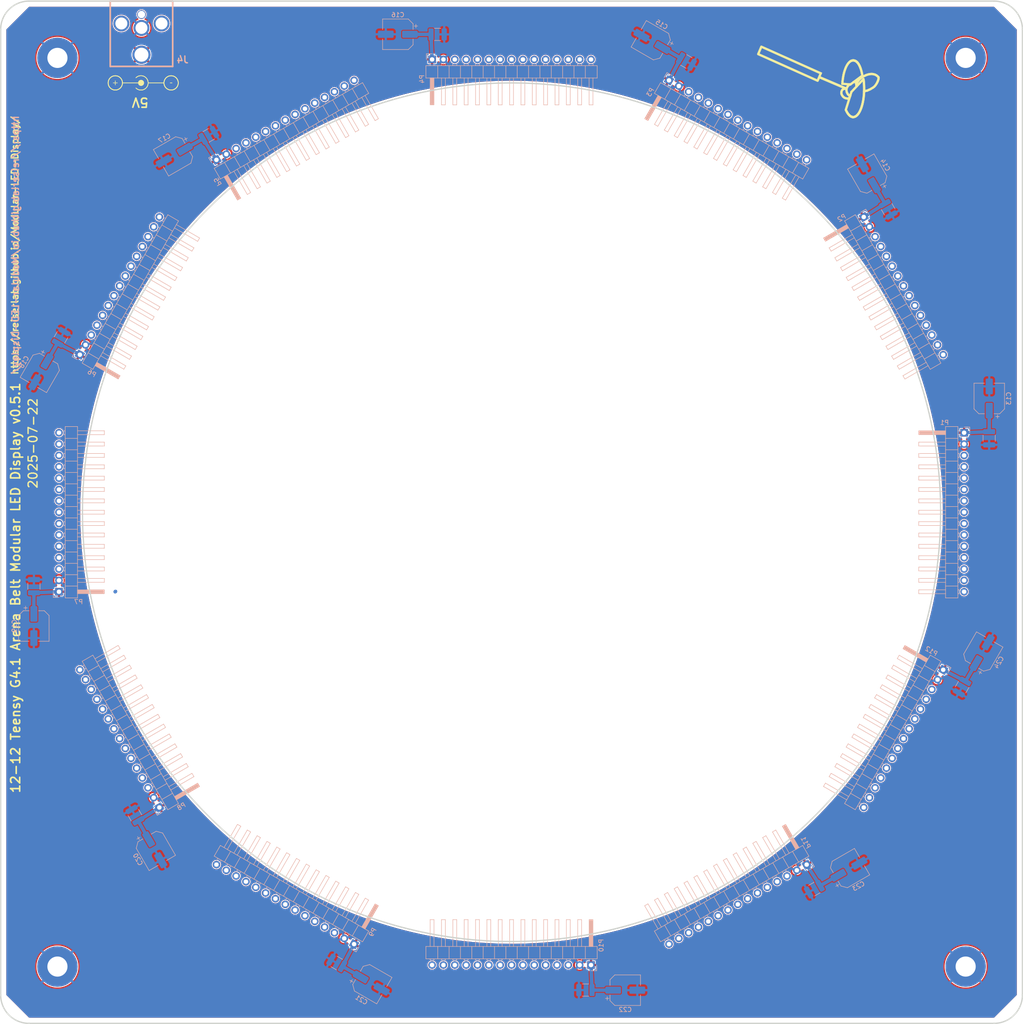
<source format=kicad_pcb>
(kicad_pcb (version 20241229) (generator "pcbnew") (generator_version "9.0")
  (title_block (title "12-12 Teensy G4.1 Arena Belt Modular LED Display") (date "2025-07-22") (rev "v0.5.1") (company "MCN-NET @ Janelia"))
  (layers (0 "F.Cu" signal) (2 "B.Cu" signal) (13 "F.Paste" user) (15 "B.Paste" user) (5 "F.SilkS" user "F.Silkscreen") (7 "B.SilkS" user "B.Silkscreen") (1 "F.Mask" user) (3 "B.Mask" user) (25 "Edge.Cuts" user))
  (property "URL" "")
  (net 0 "")
  (net 1 "+5V")
  (net 13 "GND")
  (footprint "MountingHole:MountingHole_4.5mm_Pad" (layer "F.Cu") (at 76.2 76.2)
    (property "Reference" "H1" (hide yes))
    (property "Value" "MountingHole_Pad" (hide yes))
  )
  (footprint "MountingHole:MountingHole_4.5mm_Pad" (layer "F.Cu") (at 279.4 279.4)
    (property "Reference" "H3" (hide yes))
    (property "Value" "MountingHole_Pad" (hide yes))
  )
  (footprint "MountingHole:MountingHole_4.5mm_Pad" (layer "F.Cu") (at 76.2 279.4)
    (property "Reference" "H4" (hide yes))
    (property "Value" "MountingHole_Pad" (hide yes))
  )
  (footprint "MountingHole:MountingHole_4.5mm_Pad" (layer "F.Cu") (at 279.4 76.2)
    (property "Reference" "H2" (hide yes))
    (property "Value" "MountingHole_Pad" (hide yes))
  )
  (footprint "Capacitor_SMD:CP_Elec_6.3x7.7" (layer "B.Cu") (at 152.359556 70.918075 180)
    (property "Reference" "C16")
    (property "Value" "C_Polarized")
  )
  (footprint "Capacitor_SMD:C_1210_3225Metric" (layer "B.Cu") (at 216.907465 76.989482 -30)
    (property "Reference" "C3" (hide yes))
    (property "Value" "100uF" (hide yes))
  )
  (footprint "arena_custom:DCJACK_2PIN_HIGHCURRENT" (layer "B.Cu") (at 95 63.5028 180)
    (property "Reference" "J4")
    (property "Value" "Barrel_Jack" (hide yes))
  )
  (footprint "Connector_PinHeader_2.54mm:PinHeader_1x15_P2.54mm_Horizontal" (layer "B.Cu") (at 195.579999 279.054028 90)
    (property "Reference" "P10")
    (property "Value" "CONN15")
  )
  (footprint "Connector_PinHeader_2.54mm:PinHeader_1x15_P2.54mm_Horizontal" (layer "B.Cu") (at 274.378561 213.029082 150)
    (property "Reference" "P12")
    (property "Value" "CONN15")
  )
  (footprint "Connector_PinHeader_2.54mm:PinHeader_1x15_P2.54mm_Horizontal" (layer "B.Cu") (at 76.545971 195.58)
    (property "Reference" "P7")
    (property "Value" "CONN15")
  )
  (footprint "Capacitor_SMD:CP_Elec_6.3x7.7" (layer "B.Cu") (at 283.082684 209.20889 60)
    (property "Reference" "C24")
    (property "Value" "C_Polarized")
  )
  (footprint "Capacitor_SMD:C_1210_3225Metric" (layer "B.Cu") (at 161.2628 70.941799)
    (property "Reference" "C4" (hide yes))
    (property "Value" "100uF" (hide yes))
  )
  (footprint "Capacitor_SMD:C_1210_3225Metric" (layer "B.Cu") (at 278.610517 216.907465 -120)
    (property "Reference" "C12" (hide yes))
    (property "Value" "100uF" (hide yes))
  )
  (footprint "Capacitor_SMD:CP_Elec_6.3x7.7" (layer "B.Cu") (at 253.273033 257.64224 30)
    (property "Reference" "C23")
    (property "Value" "C_Polarized")
  )
  (footprint "Capacitor_SMD:C_1210_3225Metric" (layer "B.Cu") (at 93.526682 245.550735 120)
    (property "Reference" "C8" (hide yes))
    (property "Value" "100uF" (hide yes))
  )
  (footprint "Connector_PinHeader_2.54mm:PinHeader_1x15_P2.54mm_Horizontal" (layer "B.Cu") (at 142.570917 274.378561 60)
    (property "Reference" "P9")
    (property "Value" "CONN15")
  )
  (footprint "Connector_PinHeader_2.54mm:PinHeader_1x15_P2.54mm_Horizontal" (layer "B.Cu") (at 243.824946 256.598561 120)
    (property "Reference" "P11")
    (property "Value" "CONN15")
  )
  (footprint "Capacitor_SMD:CP_Elec_6.3x7.7" (layer "B.Cu") (at 70.918075 203.240444 -90)
    (property "Reference" "C19")
    (property "Value" "C_Polarized")
  )
  (footprint "Capacitor_SMD:CP_Elec_6.3x7.7" (layer "B.Cu") (at 146.391109 283.082684 -30)
    (property "Reference" "C21")
    (property "Value" "C_Polarized")
  )
  (footprint "Capacitor_SMD:CP_Elec_6.3x7.7" (layer "B.Cu") (at 203.240443 284.681924)
    (property "Reference" "C22")
    (property "Value" "C_Polarized")
  )
  (footprint "Capacitor_SMD:C_1210_3225Metric" (layer "B.Cu") (at 110.049264 93.526682 30)
    (property "Reference" "C5" (hide yes))
    (property "Value" "100uF" (hide yes))
  )
  (footprint "Connector_PinHeader_2.54mm:PinHeader_1x15_P2.54mm_Horizontal" (layer "B.Cu") (at 111.775053 99.001438 -60)
    (property "Reference" "P5")
    (property "Value" "CONN15")
  )
  (footprint "Capacitor_SMD:C_1210_3225Metric" (layer "B.Cu") (at 245.550735 262.073317 -150)
    (property "Reference" "C11" (hide yes))
    (property "Value" "100uF" (hide yes))
  )
  (footprint "Connector_PinHeader_2.54mm:PinHeader_1x15_P2.54mm_Horizontal" (layer "B.Cu") (at 160.02 76.545971 -90)
    (property "Reference" "P4")
    (property "Value" "CONN15")
  )
  (footprint "Capacitor_SMD:C_1210_3225Metric" (layer "B.Cu") (at 284.6582 161.2628 -90)
    (property "Reference" "C1" (hide yes))
    (property "Value" "100uF" (hide yes))
  )
  (footprint "Capacitor_SMD:C_1210_3225Metric" (layer "B.Cu") (at 262.073317 110.049264 -60)
    (property "Reference" "C2" (hide yes))
    (property "Value" "100uF" (hide yes))
  )
  (footprint "Connector_PinHeader_2.54mm:PinHeader_1x15_P2.54mm_Horizontal" (layer "B.Cu") (at 279.054028 160.02 180)
    (property "Reference" "P1")
    (property "Value" "CONN15")
  )
  (footprint "Connector_PinHeader_2.54mm:PinHeader_1x15_P2.54mm_Horizontal" (layer "B.Cu") (at 81.221438 142.570917 -30)
    (property "Reference" "P6")
    (property "Value" "CONN15")
  )
  (footprint "Capacitor_SMD:CP_Elec_6.3x7.7" (layer "B.Cu") (at 257.64224 102.326966 120)
    (property "Reference" "C14")
    (property "Value" "C_Polarized")
  )
  (footprint "Connector_PinHeader_2.54mm:PinHeader_1x15_P2.54mm_Horizontal" (layer "B.Cu") (at 99.001438 243.824946 30)
    (property "Reference" "P8")
    (property "Value" "CONN15")
  )
  (footprint "Capacitor_SMD:CP_Elec_6.3x7.7" (layer "B.Cu") (at 72.517315 146.391109 -120)
    (property "Reference" "C18")
    (property "Value" "C_Polarized")
  )
  (footprint "Capacitor_SMD:CP_Elec_6.3x7.7" (layer "B.Cu") (at 102.326966 97.957759 -150)
    (property "Reference" "C17")
    (property "Value" "C_Polarized")
  )
  (footprint "Capacitor_SMD:CP_Elec_6.3x7.7" (layer "B.Cu") (at 97.957759 253.273033 -60)
    (property "Reference" "C20")
    (property "Value" "C_Polarized")
  )
  (footprint "Capacitor_SMD:C_1210_3225Metric" (layer "B.Cu") (at 76.989482 138.692534 60)
    (property "Reference" "C6" (hide yes))
    (property "Value" "100uF" (hide yes))
  )
  (footprint "Connector_PinHeader_2.54mm:PinHeader_1x15_P2.54mm_Horizontal" (layer "B.Cu") (at 256.598561 111.775053 -150)
    (property "Reference" "P2")
    (property "Value" "CONN15")
  )
  (footprint "Capacitor_SMD:C_1210_3225Metric" (layer "B.Cu") (at 194.3372 284.6582 180)
    (property "Reference" "C10" (hide yes))
    (property "Value" "100uF" (hide yes))
  )
  (footprint "Capacitor_SMD:C_1210_3225Metric" (layer "B.Cu") (at 138.692534 278.610517 150)
    (property "Reference" "C9" (hide yes))
    (property "Value" "100uF" (hide yes))
  )
  (footprint "Capacitor_SMD:C_1210_3225Metric" (layer "B.Cu") (at 70.941799 194.3372 90)
    (property "Reference" "C7" (hide yes))
    (property "Value" "100uF" (hide yes))
  )
  (footprint "Connector_PinHeader_2.54mm:PinHeader_1x15_P2.54mm_Horizontal" (layer "B.Cu") (at 213.029082 81.221438 -120)
    (property "Reference" "P3")
    (property "Value" "CONN15")
  )
  (footprint "Capacitor_SMD:CP_Elec_6.3x7.7" (layer "B.Cu") (at 209.20889 72.517315 150)
    (property "Reference" "C15")
    (property "Value" "C_Polarized")
  )
  (footprint "Capacitor_SMD:CP_Elec_6.3x7.7" (layer "B.Cu") (at 284.681924 152.359556 90)
    (property "Reference" "C13")
    (property "Value" "C_Polarized")
  )
  (gr_line (start 95.842562 83.086632) (end 95.776476 83.132692) (stroke (width 0.15487)) (layer "F.SilkS"))
  (gr_line (start 87.581538 81.465651) (end 87.599381 81.388344) (stroke (width 0.179621)) (layer "F.SilkS"))
  (gr_line (start 87.866524 82.743765) (end 87.821974 82.681116) (stroke (width 0.179621)) (layer "F.SilkS"))
  (gr_line (start 252.745149 83.158866) (end 252.846682 82.811084) (stroke (width 0.514144)) (layer "F.SilkS"))
  (gr_line (start 103.135742 81.238271) (end 103.160864 81.312517) (stroke (width 0.179621)) (layer "F.SilkS"))
  (gr_line (start 100.806211 80.421118) (end 100.873127 80.382643) (stroke (width 0.179621)) (layer "F.SilkS"))
  (gr_line (start 254.751959 76.886737) (end 254.832186 76.932059) (stroke (width 0.514144)) (layer "F.SilkS"))
  (gr_line (start 90.726494 82.031034) (end 90.712442 82.109723) (stroke (width 0.179621)) (layer "F.SilkS"))
  (gr_line (start 253.201058 84.487587) (end 253.055121 84.332802) (stroke (width 0.514144)) (layer "F.SilkS"))
  (gr_line (start 95.708673 80.400338) (end 95.776476 80.442713) (stroke (width 0.15487)) (layer "F.SilkS"))
  (gr_line (start 102.817594 82.862096) (end 102.764685 82.917592) (stroke (width 0.179621)) (layer "F.SilkS"))
  (gr_line (start 103.001368 82.616268) (end 102.959805 82.681101) (stroke (width 0.179621)) (layer "F.SilkS"))
  (gr_line (start 95.121607 80.19399) (end 95.197995 80.206887) (stroke (width 0.15487)) (layer "F.SilkS"))
  (gr_line (start 252.707264 88.059074) (end 252.792607 88.226355) (stroke (width 0.514144)) (layer "F.SilkS"))
  (gr_line (start 100.401759 82.804129) (end 100.354322 82.743765) (stroke (width 0.179621)) (layer "F.SilkS"))
  (gr_line (start 255.278026 77.343544) (end 255.346418 77.434821) (stroke (width 0.514144)) (layer "F.SilkS"))
  (gr_line (start 254.88994 81.956723) (end 255.36423 81.335224) (stroke (width 0.514144)) (layer "F.SilkS"))
  (gr_line (start 254.006568 89.40495) (end 254.063107 89.416693) (stroke (width 0.514144)) (layer "F.SilkS"))
  (gr_line (start 253.168768 77.367627) (end 253.366821 77.154429) (stroke (width 0.514144)) (layer "F.SilkS"))
  (gr_line (start 256.126945 79.349167) (end 256.211541 79.714153) (stroke (width 0.514144)) (layer "F.SilkS"))
  (gr_line (start 256.610532 81.473064) (end 256.581974 81.216356) (stroke (width 0.514144)) (layer "F.SilkS"))
  (gr_line (start 90.742826 81.869915) (end 90.736656 81.951064) (stroke (width 0.179621)) (layer "F.SilkS"))
  (gr_line (start 102.528198 83.112714) (end 102.463365 83.154278) (stroke (width 0.179621)) (layer "F.SilkS"))
  (gr_line (start 88.903643 83.367207) (end 88.824955 83.353155) (stroke (width 0.179621)) (layer "F.SilkS"))
  (gr_line (start 255.478139 77.636285) (end 255.541468 77.746351) (stroke (width 0.514144)) (layer "F.SilkS"))
  (gr_line (start 254.121027 76.766337) (end 254.235015 76.759866) (stroke (width 0.514144)) (layer "F.SilkS"))
  (gr_line (start 253.568776 84.683342) (end 253.389552 84.621868) (stroke (width 0.514144)) (layer "F.SilkS"))
  (gr_line (start 90.329796 80.713291) (end 90.380019 80.77127) (stroke (width 0.179621)) (layer "F.SilkS"))
  (gr_line (start 88.385329 80.382643) (end 88.454228 80.347355) (stroke (width 0.179621)) (layer "F.SilkS"))
  (gr_line (start 90.744906 81.787686) (end 90.742826 81.869915) (stroke (width 0.179621)) (layer "F.SilkS"))
  (gr_line (start 252.619628 85.238463) (end 252.334113 85.137051) (stroke (width 0.514144)) (layer "F.SilkS"))
  (gr_line (start 87.567486 81.54434) (end 87.581538 81.465651) (stroke (width 0.179621)) (layer "F.SilkS"))
  (gr_line (start 88.318413 83.154286) (end 88.253581 83.112723) (stroke (width 0.179621)) (layer "F.SilkS"))
  (gr_line (start 101.471411 80.198036) (end 101.55256 80.191866) (stroke (width 0.179621)) (layer "F.SilkS"))
  (gr_line (start 100.194444 81.094927) (end 100.229732 81.026029) (stroke (width 0.179621)) (layer "F.SilkS"))
  (gr_line (start 96.086199 82.86627) (end 96.029086 82.926344) (stroke (width 0.15487)) (layer "F.SilkS"))
  (gr_line (start 256.498768 85.562187) (end 256.542752 85.274453) (stroke (width 0.514144)) (layer "F.SilkS"))
  (gr_line (start 89.839752 80.347355) (end 89.908651 80.382643) (stroke (width 0.179621)) (layer "F.SilkS"))
  (gr_line (start 252.096227 79.908031) (end 252.209505 79.447517) (stroke (width 0.514144)) (layer "F.SilkS"))
  (gr_line (start 88.824955 80.22225) (end 88.903643 80.208198) (stroke (width 0.179621)) (layer "F.SilkS"))
  (gr_line (start 254.936303 81.581314) (end 255.149848 81.616142) (stroke (width 0.514144)) (layer "F.SilkS"))
  (gr_line (start 100.560386 80.604889) (end 100.618366 80.554666) (stroke (width 0.179621)) (layer "F.SilkS"))
  (gr_line (start 87.674647 82.409683) (end 87.646036 82.337118) (stroke (width 0.179621)) (layer "F.SilkS"))
  (gr_line (start 255.004947 82.561612) (end 254.88994 81.956723) (stroke (width 0.514144)) (layer "F.SilkS"))
  (gr_line (start 95.423153 83.30772) (end 95.348911 83.331671) (stroke (width 0.15487)) (layer "F.SilkS"))
  (gr_line (start 255.063197 81.879162) (end 255.097867 81.791672) (stroke (width 0.514144)) (layer "F.SilkS"))
  (gr_line (start 253.573375 76.984955) (end 253.679557 76.917271) (stroke (width 0.514144)) (layer "F.SilkS"))
  (gr_line (start 255.191303 88.934018) (end 255.300145 88.807136) (stroke (width 0.514144)) (layer "F.SilkS"))
  (gr_line (start 100.055284 82.031041) (end 100.045122 81.95107) (stroke (width 0.179621)) (layer "F.SilkS"))
  (gr_line (start 90.647944 81.238271) (end 90.673066 81.312517) (stroke (width 0.179621)) (layer "F.SilkS"))
  (gr_line (start 101.717017 80.191866) (end 101.798166 80.198036) (stroke (width 0.179621)) (layer "F.SilkS"))
  (gr_line (start 102.915254 82.743751) (end 102.867817 82.804116) (stroke (width 0.179621)) (layer "F.SilkS"))
  (gr_line (start 254.234763 89.43192) (end 254.361233 89.423675) (stroke (width 0.514144)) (layer "F.SilkS"))
  (gr_line (start 254.361233 89.423675) (end 254.486039 89.399209) (stroke (width 0.514144)) (layer "F.SilkS"))
  (gr_line (start 256.053633 87.356131) (end 256.13085 87.126231) (stroke (width 0.514144)) (layer "F.SilkS"))
  (gr_line (start 96.49336 81.633352) (end 96.498887 81.710456) (stroke (width 0.15487)) (layer "F.SilkS"))
  (gr_line (start 90.51357 80.959113) (end 90.552046 81.026029) (stroke (width 0.179621)) (layer "F.SilkS"))
  (gr_line (start 96.498887 81.710456) (end 96.50073 81.787703) (stroke (width 0.15487)) (layer "F.SilkS"))
  (gr_line (start 94.242676 81.787686) (end 90.817917 81.787686) (stroke (width 0.168772)) (layer "F.SilkS"))
  (gr_line (start 102.463365 83.154278) (end 102.396449 83.192755) (stroke (width 0.179621)) (layer "F.SilkS"))
  (gr_line (start 254.586424 76.816575) (end 254.670039 76.848223) (stroke (width 0.514144)) (layer "F.SilkS"))
  (gr_line (start 103.107131 82.40967) (end 103.075132 82.480452) (stroke (width 0.179621)) (layer "F.SilkS"))
  (gr_line (start 255.097867 81.791672) (end 255.149848 81.616142) (stroke (width 0.514144)) (layer "F.SilkS"))
  (gr_line (start 254.832186 76.932059) (end 254.910721 76.984126) (stroke (width 0.514144)) (layer "F.SilkS"))
  (gr_line (start 89.064762 83.383539) (end 88.983613 83.377369) (stroke (width 0.179621)) (layer "F.SilkS"))
  (gr_line (start 90.736656 81.951064) (end 90.726494 82.031034) (stroke (width 0.179621)) (layer "F.SilkS"))
  (gr_line (start 90.587334 81.094927) (end 90.619333 81.165708) (stroke (width 0.179621)) (layer "F.SilkS"))
  (gr_line (start 102.256769 80.315356) (end 102.32755 80.347355) (stroke (width 0.179621)) (layer "F.SilkS"))
  (gr_line (start 255.886058 78.533617) (end 255.937597 78.685409) (stroke (width 0.514144)) (layer "F.SilkS"))
  (gr_line (start 94.736089 83.390627) (end 94.659272 83.381415) (stroke (width 0.15487)) (layer "F.SilkS"))
  (gr_line (start 252.209505 79.447517) (end 252.337602 79.01604) (stroke (width 0.514144)) (layer "F.SilkS"))
  (gr_line (start 95.044789 80.184778) (end 95.121607 80.19399) (stroke (width 0.15487)) (layer "F.SilkS"))
  (gr_line (start 100.133834 82.337118) (end 100.108712 82.262871) (stroke (width 0.179621)) (layer "F.SilkS"))
  (gr_line (start 256.395325 86.116053) (end 256.449574 85.842853) (stroke (width 0.514144)) (layer "F.SilkS"))
  (gr_line (start 96.351499 81.109652) (end 96.382819 81.181747) (stroke (width 0.15487)) (layer "F.SilkS"))
  (gr_line (start 96.498887 81.86495) (end 96.49336 81.942054) (stroke (width 0.15487)) (layer "F.SilkS"))
  (gr_line (start 96.189371 80.835581) (end 96.23543 80.901666) (stroke (width 0.15487)) (layer "F.SilkS"))
  (gr_line (start 254.965543 89.147073) (end 255.079717 89.047463) (stroke (width 0.514144)) (layer "F.SilkS"))
  (gr_line (start 96.484148 82.018871) (end 96.471252 82.09526) (stroke (width 0.15487)) (layer "F.SilkS"))
  (gr_line (start 90.742826 81.705458) (end 90.744906 81.787686) (stroke (width 0.179621)) (layer "F.SilkS"))
  (gr_line (start 254.177219 89.430215) (end 254.234763 89.43192) (stroke (width 0.514144)) (layer "F.SilkS"))
  (gr_line (start 254.235015 76.759866) (end 254.325411 76.763441) (stroke (width 0.514144)) (layer "F.SilkS"))
  (gr_line (start 255.062715 77.108259) (end 255.136175 77.180203) (stroke (width 0.514144)) (layer "F.SilkS"))
  (gr_line (start 96.454671 81.40433) (end 96.471252 81.480146) (stroke (width 0.15487)) (layer "F.SilkS"))
  (gr_line (start 88.017093 80.657797) (end 88.072588 80.604889) (stroke (width 0.179621)) (layer "F.SilkS"))
  (gr_line (start 254.980877 82.202116) (end 254.982787 82.188752) (stroke (width 0.514144)) (layer "F.SilkS"))
  (gr_line (start 252.979735 85.300139) (end 252.619628 85.238463) (stroke (width 0.514144)) (layer "F.SilkS"))
  (gr_line (start 88.597573 83.288659) (end 88.52501 83.260048) (stroke (width 0.179621)) (layer "F.SilkS"))
  (gr_line (start 103.135742 82.337105) (end 103.107131 82.40967) (stroke (width 0.179621)) (layer "F.SilkS"))
  (gr_line (start 253.568776 84.683342) (end 253.330451 85.199455) (stroke (width 0.514144)) (layer "F.SilkS"))
  (gr_line (start 251.706046 84.476022) (end 251.615916 84.247664) (stroke (width 0.514144)) (layer "F.SilkS"))
  (gr_line (start 103.200239 82.109723) (end 103.182397 82.187031) (stroke (width 0.179621)) (layer "F.SilkS"))
  (gr_line (start 89.064762 80.191866) (end 89.14699 80.189787) (stroke (width 0.179621)) (layer "F.SilkS"))
  (gr_line (start 87.706646 81.094927) (end 87.741934 81.026029) (stroke (width 0.179621)) (layer "F.SilkS"))
  (gr_line (start 96.029086 80.649061) (end 96.086199 80.709136) (stroke (width 0.15487)) (layer "F.SilkS"))
  (gr_line (start 94.072206 83.175067) (end 94.004403 83.132692) (stroke (width 0.15487)) (layer "F.SilkS"))
  (gr_line (start 257.776502 79.856604) (end 258.143428 79.801214) (stroke (width 0.514144)) (layer "F.SilkS"))
  (gr_line (start 94.431968 83.331671) (end 94.357726 83.30772) (stroke (width 0.15487)) (layer "F.SilkS"))
  (gr_line (start 102.034132 83.335311) (end 101.956824 83.353154) (stroke (width 0.179621)) (layer "F.SilkS"))
  (gr_line (start 254.008374 76.785575) (end 254.121027 76.766337) (stroke (width 0.514144)) (layer "F.SilkS"))
  (gr_line (start 100.504891 80.657797) (end 100.560386 80.604889) (stroke (width 0.179621)) (layer "F.SilkS"))
  (gr_line (start 258.955367 82.627557) (end 258.65461 82.854604) (stroke (width 0.514144)) (layer "F.SilkS"))
  (gr_line (start 95.776476 80.442713) (end 95.842562 80.488773) (stroke (width 0.15487)) (layer "F.SilkS"))
  (gr_line (start 94.659272 80.19399) (end 94.736089 80.184778) (stroke (width 0.15487)) (layer "F.SilkS"))
  (gr_line (start 101.956824 80.22225) (end 102.034132 80.240092) (stroke (width 0.179621)) (layer "F.SilkS"))
  (gr_line (start 259.925168 80.667401) (end 259.88186 80.992598) (stroke (width 0.514144)) (layer "F.SilkS"))
  (gr_line (start 259.72169 80.336422) (end 259.898368 80.517697) (stroke (width 0.514144)) (layer "F.SilkS"))
  (gr_line (start 88.318413 80.421118) (end 88.385329 80.382643) (stroke (width 0.179621)) (layer "F.SilkS"))
  (gr_line (start 94.659272 83.381415) (end 94.582884 83.368518) (stroke (width 0.15487)) (layer "F.SilkS"))
  (gr_line (start 90.380019 82.804116) (end 90.329796 82.862096) (stroke (width 0.179621)) (layer "F.SilkS"))
  (gr_line (start 101.012807 80.315356) (end 101.085371 80.286746) (stroke (width 0.179621)) (layer "F.SilkS"))
  (gr_line (start 102.817594 80.713291) (end 102.867817 80.77127) (stroke (width 0.179621)) (layer "F.SilkS"))
  (gr_line (start 251.901095 84.782901) (end 251.706046 84.476022) (stroke (width 0.514144)) (layer "F.SilkS"))
  (gr_line (start 103.232703 81.787686) (end 103.230624 81.869915) (stroke (width 0.179621)) (layer "F.SilkS"))
  (gr_line (start 256.449574 85.842853) (end 256.498768 85.562187) (stroke (width 0.514144)) (layer "F.SilkS"))
  (gr_line (start 101.012807 83.260048) (end 100.942026 83.228049) (stroke (width 0.179621)) (layer "F.SilkS"))
  (gr_line (start 255.603112 77.862559) (end 255.66307 77.984848) (stroke (width 0.514144)) (layer "F.SilkS"))
  (gr_line (start 255.833575 80.825176) (end 256.07449 80.614733) (stroke (width 0.514144)) (layer "F.SilkS"))
  (gr_line (start 88.983613 80.198036) (end 89.064762 80.191866) (stroke (width 0.179621)) (layer "F.SilkS"))
  (gr_line (start 87.821974 80.894282) (end 87.866524 80.831634) (stroke (width 0.179621)) (layer "F.SilkS"))
  (gr_line (start 93.811868 80.591947) (end 93.874091 80.538518) (stroke (width 0.15487)) (layer "F.SilkS"))
  (gr_line (start 95.906788 80.538518) (end 95.96901 80.591947) (stroke (width 0.15487)) (layer "F.SilkS"))
  (gr_line (start 95.121607 83.381415) (end 95.04479 83.390627) (stroke (width 0.15487)) (layer "F.SilkS"))
  (gr_line (start 88.597573 80.286746) (end 88.671819 80.261624) (stroke (width 0.179621)) (layer "F.SilkS"))
  (gr_line (start 89.696407 83.288655) (end 89.622161 83.313778) (stroke (width 0.179621)) (layer "F.SilkS"))
  (gr_line (start 94.072205 80.400338) (end 94.141582 80.361648) (stroke (width 0.15487)) (layer "F.SilkS"))
  (gr_poly (pts (xy 233.689051 73.692292) (xy 246.988669 79.646922) (xy 246.280092 81.308769) (xy 232.980474 75.354138)) (stroke (width 0.514144)) (fill no) (layer "F.SilkS"))
  (gr_line (start 96.382819 82.393658) (end 96.351499 82.465754) (stroke (width 0.15487)) (layer "F.SilkS"))
  (gr_line (start 90.427456 80.831634) (end 90.472007 80.894282) (stroke (width 0.179621)) (layer "F.SilkS"))
  (gr_line (start 102.396449 83.192755) (end 102.32755 83.228044) (stroke (width 0.179621)) (layer "F.SilkS"))
  (gr_line (start 87.964184 82.862109) (end 87.913961 82.804129) (stroke (width 0.179621)) (layer "F.SilkS"))
  (gr_line (start 93.811868 82.983458) (end 93.751792 82.926344) (stroke (width 0.15487)) (layer "F.SilkS"))
  (gr_line (start 95.96901 82.983458) (end 95.906788 83.036888) (stroke (width 0.15487)) (layer "F.SilkS"))
  (gr_line (start 256.641902 84.372824) (end 256.663503 84.060799) (stroke (width 0.514144)) (layer "F.SilkS"))
  (gr_line (start 101.312753 83.353155) (end 101.235444 83.335313) (stroke (width 0.179621)) (layer "F.SilkS"))
  (gr_line (start 252.337602 79.01604) (end 252.479614 78.615696) (stroke (width 0.514144)) (layer "F.SilkS"))
  (gr_line (start 90.619333 81.165708) (end 90.647944 81.238271) (stroke (width 0.179621)) (layer "F.SilkS"))
  (gr_line (start 88.130568 83.020736) (end 88.072588 82.970513) (stroke (width 0.179621)) (layer "F.SilkS"))
  (gr_line (start 89.908651 83.192755) (end 89.839752 83.228044) (stroke (width 0.179621)) (layer "F.SilkS"))
  (gr_line (start 100.354322 82.743765) (end 100.309771 82.681116) (stroke (width 0.179621)) (layer "F.SilkS"))
  (gr_line (start 252.580092 87.824001) (end 252.624902 87.882548) (stroke (width 0.514144)) (layer "F.SilkS"))
  (gr_line (start 102.109959 80.261624) (end 102.184205 80.286746) (stroke (width 0.179621)) (layer "F.SilkS"))
  (gr_line (start 90.619333 82.40967) (end 90.587334 82.480452) (stroke (width 0.179621)) (layer "F.SilkS"))
  (gr_line (start 100.451982 80.713291) (end 100.504891 80.657797) (stroke (width 0.179621)) (layer "F.SilkS"))
  (gr_line (start 95.639297 83.213758) (end 95.568489 83.248763) (stroke (width 0.15487)) (layer "F.SilkS"))
  (gr_line (start 253.344445 82.172428) (end 253.372692 82.12807) (stroke (width 0.514144)) (layer "F.SilkS"))
  (gr_line (start 252.908719 84.084789) (end 252.794068 83.836328) (stroke (width 0.514144)) (layer "F.SilkS"))
  (gr_line (start 100.67873 80.50723) (end 100.741378 80.46268) (stroke (width 0.179621)) (layer "F.SilkS"))
  (gr_line (start 102.764685 82.917592) (end 102.70919 82.970502) (stroke (width 0.179621)) (layer "F.SilkS"))
  (gr_line (start 95.906788 83.036888) (end 95.842562 83.086632) (stroke (width 0.15487)) (layer "F.SilkS"))
  (gr_line (start 87.567486 82.031041) (end 87.557324 81.95107) (stroke (width 0.179621)) (layer "F.SilkS"))
  (gr_line (start 88.190932 80.50723) (end 88.253581 80.46268) (stroke (width 0.179621)) (layer "F.SilkS"))
  (gr_line (start 90.380019 80.77127) (end 90.427456 80.831634) (stroke (width 0.179621)) (layer "F.SilkS"))
  (gr_line (start 102.867817 82.804116) (end 102.817594 82.862096) (stroke (width 0.179621)) (layer "F.SilkS"))
  (gr_line (start 100.942026 83.228049) (end 100.873127 83.192761) (stroke (width 0.179621)) (layer "F.SilkS"))
  (gr_line (start 259.456946 80.118536) (end 259.72169 80.336422) (stroke (width 0.514144)) (layer "F.SilkS"))
  (gr_line (start 100.401759 80.77127) (end 100.451982 80.713291) (stroke (width 0.179621)) (layer "F.SilkS"))
  (gr_line (start 87.646036 81.238271) (end 87.674647 81.165708) (stroke (width 0.179621)) (layer "F.SilkS"))
  (gr_line (start 94.507068 80.223468) (end 94.582883 80.206887) (stroke (width 0.15487)) (layer "F.SilkS"))
  (gr_line (start 88.903643 80.208198) (end 88.983613 80.198036) (stroke (width 0.179621)) (layer "F.SilkS"))
  (gr_line (start 254.968217 82.368427) (end 254.973825 82.28596) (stroke (width 0.514144)) (layer "F.SilkS"))
  (gr_poly (pts (xy 89.078593 81.853638) (xy 88.629465 81.853638) (xy 88.629465 81.721799) (xy 89.078593 81.721799) (xy 89.078593 81.272666) (xy 89.215391 81.272666) (xy 89.215391 81.721799) (xy 89.664517 81.721799) (xy 89.664517 81.853638) (xy 89.215391 81.853638) (xy 89.215391 82.302771) (xy 89.078593 82.302771)) (fill yes) (layer "F.SilkS"))
  (gr_line (start 102.70919 82.970502) (end 102.651211 83.020726) (stroke (width 0.179621)) (layer "F.SilkS"))
  (gr_line (start 103.182397 82.187031) (end 103.160864 82.262859) (stroke (width 0.179621)) (layer "F.SilkS"))
  (gr_line (start 256.874789 80.168502) (end 257.100726 80.06007) (stroke (width 0.514144)) (layer "F.SilkS"))
  (gr_line (start 101.55256 80.191866) (end 101.634788 80.189787) (stroke (width 0.179621)) (layer "F.SilkS"))
  (gr_line (start 100.055284 81.54434) (end 100.069337 81.465651) (stroke (width 0.179621)) (layer "F.SilkS"))
  (gr_line (start 255.797816 87.98511) (end 255.886962 87.785968) (stroke (width 0.514144)) (layer "F.SilkS"))
  (gr_line (start 102.590846 80.50723) (end 102.651211 80.554666) (stroke (width 0.179621)) (layer "F.SilkS"))
  (gr_poly (pts (xy 246.873984 80.574988) (xy 252.49223 82.962519) (xy 252.474799 83.003556) (xy 246.856554 80.616024)) (stroke (width 0.514144)) (fill no) (layer "F.SilkS"))
  (gr_line (start 256.679124 83.743696) (end 256.68861 83.421913) (stroke (width 0.514144)) (layer "F.SilkS"))
  (gr_line (start 93.751792 80.649061) (end 93.811868 80.591947) (stroke (width 0.15487)) (layer "F.SilkS"))
  (gr_line (start 252.479614 78.615696) (end 252.634639 78.248584) (stroke (width 0.514144)) (layer "F.SilkS"))
  (gr_line (start 103.182397 81.388344) (end 103.200239 81.465651) (stroke (width 0.179621)) (layer "F.SilkS"))
  (gr_line (start 87.557324 81.95107) (end 87.551154 81.869918) (stroke (width 0.179621)) (layer "F.SilkS"))
  (gr_line (start 258.437888 79.790373) (end 258.773953 79.846174) (stroke (width 0.514144)) (layer "F.SilkS"))
  (gr_line (start 256.542752 85.274453) (end 256.581372 84.98005) (stroke (width 0.514144)) (layer "F.SilkS"))
  (gr_line (start 88.671819 80.261624) (end 88.747646 80.240092) (stroke (width 0.179621)) (layer "F.SilkS"))
  (gr_line (start 99.975145 81.787686) (end 96.550387 81.787686) (stroke (width 0.168772)) (layer "F.SilkS"))
  (gr_line (start 90.221392 80.604889) (end 90.276887 80.657797) (stroke (width 0.179621)) (layer "F.SilkS"))
  (gr_line (start 88.671819 83.313781) (end 88.597573 83.288659) (stroke (width 0.179621)) (layer "F.SilkS"))
  (gr_line (start 259.88186 80.992598) (end 259.768065 81.348094) (stroke (width 0.514144)) (layer "F.SilkS"))
  (gr_line (start 90.726494 81.54434) (end 90.736656 81.624309) (stroke (width 0.179621)) (layer "F.SilkS"))
  (gr_line (start 101.798166 83.377369) (end 101.717017 83.383539) (stroke (width 0.179621)) (layer "F.SilkS"))
  (gr_line (start 101.159617 83.313781) (end 101.085371 83.288659) (stroke (width 0.179621)) (layer "F.SilkS"))
  (gr_line (start 259.898368 80.517697) (end 259.925168 80.667401) (stroke (width 0.514144)) (layer "F.SilkS"))
  (gr_line (start 94.21239 80.326642) (end 94.284485 80.295322) (stroke (width 0.15487)) (layer "F.SilkS"))
  (gr_line (start 251.998669 80.395481) (end 252.096227 79.908031) (stroke (width 0.514144)) (layer "F.SilkS"))
  (gr_line (start 103.039844 82.549352) (end 103.001368 82.616268) (stroke (width 0.179621)) (layer "F.SilkS"))
  (gr_line (start 252.334113 85.137051) (end 252.098681 84.975552) (stroke (width 0.514144)) (layer "F.SilkS"))
  (gr_line (start 254.848933 89.232451) (end 254.965543 89.147073) (stroke (width 0.514144)) (layer "F.SilkS"))
  (gr_line (start 253.841094 83.805115) (end 252.580092 87.824001) (stroke (width 0.514144)) (layer "F.SilkS"))
  (gr_line (start 100.087179 82.187042) (end 100.069337 82.109732) (stroke (width 0.179621)) (layer "F.SilkS"))
  (gr_line (start 100.194444 82.480466) (end 100.162445 82.409683) (stroke (width 0.179621)) (layer "F.SilkS"))
  (gr_line (start 89.14699 83.385619) (end 89.064762 83.383539) (stroke (width 0.179621)) (layer "F.SilkS"))
  (gr_line (start 103.214292 82.031034) (end 103.200239 82.109723) (stroke (width 0.179621)) (layer "F.SilkS"))
  (gr_line (start 100.618366 83.020736) (end 100.560386 82.970513) (stroke (width 0.179621)) (layer "F.SilkS"))
  (gr_line (start 100.038952 81.869918) (end 100.036873 81.787686) (stroke (width 0.179621)) (layer "F.SilkS"))
  (gr_line (start 100.942026 80.347355) (end 101.012807 80.315356) (stroke (width 0.179621)) (layer "F.SilkS"))
  (gr_line (start 96.189371 82.739824) (end 96.139628 82.804049) (stroke (width 0.15487)) (layer "F.SilkS"))
  (gr_line (start 95.348911 80.243735) (end 95.423153 80.267686) (stroke (width 0.15487)) (layer "F.SilkS"))
  (gr_line (start 100.354322 80.831634) (end 100.401759 80.77127) (stroke (width 0.179621)) (layer "F.SilkS"))
  (gr_line (start 100.873127 83.192761) (end 100.806211 83.154286) (stroke (width 0.179621)) (layer "F.SilkS"))
  (gr_line (start 100.309771 80.894282) (end 100.354322 80.831634) (stroke (width 0.179621)) (layer "F.SilkS"))
  (gr_line (start 90.163412 83.020726) (end 90.103048 83.068163) (stroke (width 0.179621)) (layer "F.SilkS"))
  (gr_line (start 259.108666 79.927544) (end 259.456946 80.118536) (stroke (width 0.514144)) (layer "F.SilkS"))
  (gr_line (start 102.764685 80.657797) (end 102.817594 80.713291) (stroke (width 0.179621)) (layer "F.SilkS"))
  (gr_line (start 88.824955 83.353155) (end 88.747646 83.335313) (stroke (width 0.179621)) (layer "F.SilkS"))
  (gr_line (start 253.259934 88.913733) (end 253.360701 89.019333) (stroke (width 0.514144)) (layer "F.SilkS"))
  (gr_line (start 100.229732 81.026029) (end 100.268208 80.959113) (stroke (width 0.179621)) (layer "F.SilkS"))
  (gr_line (start 93.874091 80.538518) (end 93.938317 80.488773) (stroke (width 0.15487)) (layer "F.SilkS"))
  (gr_line (start 255.777931 78.247431) (end 255.832836 78.387604) (stroke (width 0.514144)) (layer "F.SilkS"))
  (gr_line (start 254.978624 82.225119) (end 254.980877 82.202116) (stroke (width 0.514144)) (layer "F.SilkS"))
  (gr_line (start 252.605399 83.108125) (end 252.605399 83.082556) (stroke (width 0.514144)) (layer "F.SilkS"))
  (gr_line (start 252.846682 82.811084) (end 253.066798 82.474847) (stroke (width 0.514144)) (layer "F.SilkS"))
  (gr_line (start 101.878135 80.208198) (end 101.956824 80.22225) (stroke (width 0.179621)) (layer "F.SilkS"))
  (gr_line (start 251.854325 81.442799) (end 251.917734 80.90777) (stroke (width 0.514144)) (layer "F.SilkS"))
  (gr_poly (pts (xy 101.377672 81.713143) (xy 101.891903 81.713143) (xy 101.891903 81.862294) (xy 101.377672 81.862294)) (fill yes) (layer "F.SilkS"))
  (gr_line (start 100.873127 80.382643) (end 100.942026 80.347355) (stroke (width 0.179621)) (layer "F.SilkS"))
  (gr_line (start 90.103048 83.068163) (end 90.040399 83.112714) (stroke (width 0.179621)) (layer "F.SilkS"))
  (gr_line (start 252.980119 77.622451) (end 253.168768 77.367627) (stroke (width 0.514144)) (layer "F.SilkS"))
  (gr_line (start 252.880814 88.384095) (end 252.971767 88.531998) (stroke (width 0.514144)) (layer "F.SilkS"))
  (gr_line (start 90.276887 80.657797) (end 90.329796 80.713291) (stroke (width 0.179621)) (layer "F.SilkS"))
  (gr_line (start 90.587334 82.480452) (end 90.552046 82.549352) (stroke (width 0.179621)) (layer "F.SilkS"))
  (gr_line (start 87.599381 82.187042) (end 87.581538 82.109732) (stroke (width 0.179621)) (layer "F.SilkS"))
  (gr_line (start 253.161445 88.797113) (end 253.259934 88.913733) (stroke (width 0.514144)) (layer "F.SilkS"))
  (gr_line (start 88.130568 80.554666) (end 88.190932 80.50723) (stroke (width 0.179621)) (layer "F.SilkS"))
  (gr_line (start 103.107131 81.165708) (end 103.135742 81.238271) (stroke (width 0.179621)) (layer "F.SilkS"))
  (gr_line (start 102.651211 83.020726) (end 102.590846 83.068163) (stroke (width 0.179621)) (layer "F.SilkS"))
  (gr_line (start 254.119996 89.425128) (end 254.177219 89.430215) (stroke (width 0.514144)) (layer "F.SilkS"))
  (gr_line (start 96.277804 82.605937) (end 96.23543 82.673739) (stroke (width 0.15487)) (layer "F.SilkS"))
  (gr_line (start 96.484148 81.556534) (end 96.49336 81.633352) (stroke (width 0.15487)) (layer "F.SilkS"))
  (gr_line (start 255.705002 88.173204) (end 255.797816 87.98511) (stroke (width 0.514144)) (layer "F.SilkS"))
  (gr_line (start 252.098681 84.975552) (end 251.901095 84.782901) (stroke (width 0.514144)) (layer "F.SilkS"))
  (gr_line (start 87.706646 82.480466) (end 87.674647 82.409683) (stroke (width 0.179621)) (layer "F.SilkS"))
  (gr_line (start 95.776476 83.132692) (end 95.708673 83.175067) (stroke (width 0.15487)) (layer "F.SilkS"))
  (gr_line (start 255.300145 88.807136) (end 255.406091 88.667216) (stroke (width 0.514144)) (layer "F.SilkS"))
  (gr_line (start 96.410454 82.320418) (end 96.382819 82.393658) (stroke (width 0.15487)) (layer "F.SilkS"))
  (gr_line (start 89.546334 83.335311) (end 89.469026 83.353154) (stroke (width 0.179621)) (layer "F.SilkS"))
  (gr_line (start 95.197995 83.368518) (end 95.121607 83.381415) (stroke (width 0.15487)) (layer "F.SilkS"))
  (gr_line (start 254.486039 89.399209) (end 254.609027 89.358917) (stroke (width 0.514144)) (layer "F.SilkS"))
  (gr_line (start 101.235444 80.240092) (end 101.312753 80.22225) (stroke (width 0.179621)) (layer "F.SilkS"))
  (gr_line (start 255.832836 78.387604) (end 255.886058 78.533617) (stroke (width 0.514144)) (layer "F.SilkS"))
  (gr_line (start 95.04479 83.390627) (end 94.967686 83.396154) (stroke (width 0.15487)) (layer "F.SilkS"))
  (gr_line (start 253.784201 89.325617) (end 253.894598 89.371681) (stroke (width 0.514144)) (layer "F.SilkS"))
  (gr_line (start 90.472007 82.681101) (end 90.427456 82.743751) (stroke (width 0.179621)) (layer "F.SilkS"))
  (gr_line (start 96.471252 81.480146) (end 96.484148 81.556534) (stroke (width 0.15487)) (layer "F.SilkS"))
  (gr_line (start 101.956824 83.353154) (end 101.878135 83.367207) (stroke (width 0.179621)) (layer "F.SilkS"))
  (gr_line (start 89.14699 80.189787) (end 89.229218 80.191866) (stroke (width 0.179621)) (layer "F.SilkS"))
  (gr_line (start 101.878135 83.367207) (end 101.798166 83.377369) (stroke (width 0.179621)) (layer "F.SilkS"))
  (gr_line (start 89.975567 83.154278) (end 89.908651 83.192755) (stroke (width 0.179621)) (layer "F.SilkS"))
  (gr_line (start 103.230624 81.869915) (end 103.224454 81.951064) (stroke (width 0.179621)) (layer "F.SilkS"))
  (gr_line (start 88.385329 83.192761) (end 88.318413 83.154286) (stroke (width 0.179621)) (layer "F.SilkS"))
  (gr_line (start 90.040399 83.112714) (end 89.975567 83.154278) (stroke (width 0.179621)) (layer "F.SilkS"))
  (gr_line (start 256.211541 79.714153) (end 256.299143 80.148776) (stroke (width 0.514144)) (layer "F.SilkS"))
  (gr_line (start 255.608673 88.349852) (end 255.705002 88.173204) (stroke (width 0.514144)) (layer "F.SilkS"))
  (gr_line (start 254.670039 76.848223) (end 254.751959 76.886737) (stroke (width 0.514144)) (layer "F.SilkS"))
  (gr_line (start 102.034132 80.240092) (end 102.109959 80.261624) (stroke (width 0.179621)) (layer "F.SilkS"))
  (gr_line (start 96.23543 82.673739) (end 96.189371 82.739824) (stroke (width 0.15487)) (layer "F.SilkS"))
  (gr_line (start 253.366821 77.154429) (end 253.573375 76.984955) (stroke (width 0.514144)) (layer "F.SilkS"))
  (gr_line (start 89.908651 80.382643) (end 89.975567 80.421118) (stroke (width 0.179621)) (layer "F.SilkS"))
  (gr_line (start 102.528198 80.46268) (end 102.590846 80.50723) (stroke (width 0.179621)) (layer "F.SilkS"))
  (gr_line (start 87.78041 82.616283) (end 87.741934 82.549366) (stroke (width 0.179621)) (layer "F.SilkS"))
  (gr_line (start 254.982787 82.188752) (end 255.063197 81.879162) (stroke (width 0.514144)) (layer "F.SilkS"))
  (gr_line (start 101.391441 80.208198) (end 101.471411 80.198036) (stroke (width 0.179621)) (layer "F.SilkS"))
  (gr_line (start 100.036873 81.787686) (end 100.038952 81.705458) (stroke (width 0.179621)) (layer "F.SilkS"))
  (gr_line (start 255.972286 87.576175) (end 256.053633 87.356131) (stroke (width 0.514144)) (layer "F.SilkS"))
  (gr_line (start 96.351499 82.465754) (end 96.316494 82.536561) (stroke (width 0.15487)) (layer "F.SilkS"))
  (gr_line (start 94.357726 80.267686) (end 94.431967 80.243735) (stroke (width 0.15487)) (layer "F.SilkS"))
  (gr_line (start 96.471252 82.09526) (end 96.454671 82.171076) (stroke (width 0.15487)) (layer "F.SilkS"))
  (gr_line (start 102.70919 80.604889) (end 102.764685 80.657797) (stroke (width 0.179621)) (layer "F.SilkS"))
  (gr_line (start 256.272274 86.638462) (end 256.336173 86.381389) (stroke (width 0.514144)) (layer "F.SilkS"))
  (gr_line (start 90.736656 81.624309) (end 90.742826 81.705458) (stroke (width 0.179621)) (layer "F.SilkS"))
  (gr_line (start 251.580485 83.954265) (end 251.641486 83.657003) (stroke (width 0.514144)) (layer "F.SilkS"))
  (gr_line (start 102.959805 80.894282) (end 103.001368 80.959113) (stroke (width 0.179621)) (layer "F.SilkS"))
  (gr_line (start 87.620914 82.262871) (end 87.599381 82.187042) (stroke (width 0.179621)) (layer "F.SilkS"))
  (gr_line (start 256.13085 87.126231) (end 256.203781 86.886876) (stroke (width 0.514144)) (layer "F.SilkS"))
  (gr_line (start 95.496393 83.280084) (end 95.423153 83.30772) (stroke (width 0.15487)) (layer "F.SilkS"))
  (gr_line (start 87.549074 81.787686) (end 87.551154 81.705458) (stroke (width 0.179621)) (layer "F.SilkS"))
  (gr_line (start 89.469026 83.353154) (end 89.390337 83.367207) (stroke (width 0.179621)) (layer "F.SilkS"))
  (gr_line (start 100.133834 81.238271) (end 100.162445 81.165708) (stroke (width 0.179621)) (layer "F.SilkS"))
  (gr_line (start 94.967686 80.179251) (end 95.044789 80.184778) (stroke (width 0.15487)) (layer "F.SilkS"))
  (gr_line (start 93.938317 83.086632) (end 93.874091 83.036888) (stroke (width 0.15487)) (layer "F.SilkS"))
  (gr_line (start 255.721342 78.113159) (end 255.777931 78.247431) (stroke (width 0.514144)) (layer "F.SilkS"))
  (gr_line (start 256.387042 80.431636) (end 256.579345 80.320442) (stroke (width 0.514144)) (layer "F.SilkS"))
  (gr_line (start 102.256769 83.260044) (end 102.184205 83.288655) (stroke (width 0.179621)) (layer "F.SilkS"))
  (gr_line (start 255.541468 77.746351) (end 255.603112 77.862559) (stroke (width 0.514144)) (layer "F.SilkS"))
  (gr_line (start 87.581538 82.109732) (end 87.567486 82.031041) (stroke (width 0.179621)) (layer "F.SilkS"))
  (gr_line (start 251.615916 84.247664) (end 251.580485 83.954265) (stroke (width 0.514144)) (layer "F.SilkS"))
  (gr_line (start 102.651211 80.554666) (end 102.70919 80.604889) (stroke (width 0.179621)) (layer "F.SilkS"))
  (gr_line (start 102.463365 80.421118) (end 102.528198 80.46268) (stroke (width 0.179621)) (layer "F.SilkS"))
  (gr_line (start 90.276887 82.917592) (end 90.221392 82.970502) (stroke (width 0.179621)) (layer "F.SilkS"))
  (gr_line (start 253.06535 88.66977) (end 253.161445 88.797113) (stroke (width 0.514144)) (layer "F.SilkS"))
  (gr_line (start 256.68861 83.421913) (end 256.691806 83.095848) (stroke (width 0.514144)) (layer "F.SilkS"))
  (gr_line (start 88.52501 80.315356) (end 88.597573 80.286746) (stroke (width 0.179621)) (layer "F.SilkS"))
  (gr_line (start 96.277804 80.969468) (end 96.316494 81.038845) (stroke (width 0.15487)) (layer "F.SilkS"))
  (gr_line (start 255.346418 77.434821) (end 255.413122 77.532421) (stroke (width 0.514144)) (layer "F.SilkS"))
  (gr_line (start 256.671051 82.26839) (end 256.655167 81.999351) (stroke (width 0.514144)) (layer "F.SilkS"))
  (gr_line (start 258.143428 79.801214) (end 258.437888 79.790373) (stroke (width 0.514144)) (layer "F.SilkS"))
  (gr_line (start 102.32755 80.347355) (end 102.396449 80.382643) (stroke (width 0.179621)) (layer "F.SilkS"))
  (gr_line (start 94.21239 83.248763) (end 94.141582 83.213758) (stroke (width 0.15487)) (layer "F.SilkS"))
  (gr_line (start 259.628035 81.655472) (end 259.474351 81.949791) (stroke (width 0.514144)) (layer "F.SilkS"))
  (gr_line (start 253.463629 89.113617) (end 253.5686 89.196289) (stroke (width 0.514144)) (layer "F.SilkS"))
  (gr_line (start 100.087179 81.388344) (end 100.108712 81.312517) (stroke (width 0.179621)) (layer "F.SilkS"))
  (gr_line (start 251.949529 81.99266) (end 251.809344 81.99847) (stroke (width 0.514144)) (layer "F.SilkS"))
  (gr_line (start 95.348911 83.331671) (end 95.273811 83.351937) (stroke (width 0.15487)) (layer "F.SilkS"))
  (gr_line (start 253.679557 76.917271) (end 253.787526 76.861305) (stroke (width 0.514144)) (layer "F.SilkS"))
  (gr_line (start 100.451982 82.862109) (end 100.401759 82.804129) (stroke (width 0.179621)) (layer "F.SilkS"))
  (gr_line (start 89.310367 80.198036) (end 89.390337 80.208198) (stroke (width 0.179621)) (layer "F.SilkS"))
  (gr_line (start 96.410454 81.254987) (end 96.434405 81.329229) (stroke (width 0.15487)) (layer "F.SilkS"))
  (gr_line (start 87.551154 81.869918) (end 87.549074 81.787686) (stroke (width 0.179621)) (layer "F.SilkS"))
  (gr_line (start 88.017093 82.917604) (end 87.964184 82.862109) (stroke (width 0.179621)) (layer "F.SilkS"))
  (gr_line (start 96.382819 81.181747) (end 96.410454 81.254987) (stroke (width 0.15487)) (layer "F.SilkS"))
  (gr_line (start 90.552046 82.549352) (end 90.51357 82.616268) (stroke (width 0.179621)) (layer "F.SilkS"))
  (gr_line (start 255.406091 88.667216) (end 255.508985 88.514655) (stroke (width 0.514144)) (layer "F.SilkS"))
  (gr_line (start 257.711562 83.360622) (end 257.366582 83.518349) (stroke (width 0.514144)) (layer "F.SilkS"))
  (gr_line (start 89.546334 80.240092) (end 89.622161 80.261624) (stroke (width 0.179621)) (layer "F.SilkS"))
  (gr_line (start 253.675496 89.267055) (end 253.784201 89.325617) (stroke (width 0.514144)) (layer "F.SilkS"))
  (gr_line (start 90.673066 81.312517) (end 90.694599 81.388344) (stroke (width 0.179621)) (layer "F.SilkS"))
  (gr_line (start 95.842562 80.488773) (end 95.906788 80.538518) (stroke (width 0.15487)) (layer "F.SilkS"))
  (gr_line (start 95.568489 80.326642) (end 95.639296 80.361648) (stroke (width 0.15487)) (layer "F.SilkS"))
  (gr_line (start 256.691806 83.095848) (end 256.689467 82.816909) (stroke (width 0.514144)) (layer "F.SilkS"))
  (gr_line (start 102.915254 80.831634) (end 102.959805 80.894282) (stroke (width 0.179621)) (layer "F.SilkS"))
  (gr_line (start 102.184205 83.288655) (end 102.109959 83.313778) (stroke (width 0.179621)) (layer "F.SilkS"))
  (gr_line (start 257.417584 79.947794) (end 257.776502 79.856604) (stroke (width 0.514144)) (layer "F.SilkS"))
  (gr_line (start 103.224454 81.624309) (end 103.230624 81.705458) (stroke (width 0.179621)) (layer "F.SilkS"))
  (gr_line (start 101.471411 83.377369) (end 101.391441 83.367207) (stroke (width 0.179621)) (layer "F.SilkS"))
  (gr_line (start 95.273811 80.223468) (end 95.348911 80.243735) (stroke (width 0.15487)) (layer "F.SilkS"))
  (gr_line (start 103.075132 81.094927) (end 103.107131 81.165708) (stroke (width 0.179621)) (layer "F.SilkS"))
  (gr_line (start 259.235236 82.31449) (end 258.955367 82.627557) (stroke (width 0.514144)) (layer "F.SilkS"))
  (gr_line (start 89.696407 80.286746) (end 89.768971 80.315356) (stroke (width 0.179621)) (layer "F.SilkS"))
  (gr_line (start 101.235444 83.335313) (end 101.159617 83.313781) (stroke (width 0.179621)) (layer "F.SilkS"))
  (gr_line (start 87.551154 81.705458) (end 87.557324 81.624309) (stroke (width 0.179621)) (layer "F.SilkS"))
  (gr_line (start 94.582884 83.368518) (end 94.507068 83.351937) (stroke (width 0.15487)) (layer "F.SilkS"))
  (gr_line (start 100.504891 82.917604) (end 100.451982 82.862109) (stroke (width 0.179621)) (layer "F.SilkS"))
  (gr_line (start 103.001368 80.959113) (end 103.039844 81.026029) (stroke (width 0.179621)) (layer "F.SilkS"))
  (gr_line (start 251.985146 83.188646) (end 252.269 83.108125) (stroke (width 0.514144)) (layer "F.SilkS"))
  (gr_line (start 252.801775 77.916803) (end 252.980119 77.622451) (stroke (width 0.514144)) (layer "F.SilkS"))
  (gr_line (start 101.391441 83.367207) (end 101.312753 83.353155) (stroke (width 0.179621)) (layer "F.SilkS"))
  (gr_line (start 87.741934 82.549366) (end 87.706646 82.480466) (stroke (width 0.179621)) (layer "F.SilkS"))
  (gr_line (start 89.229218 80.191866) (end 89.310367 80.198036) (stroke (width 0.179621)) (layer "F.SilkS"))
  (gr_line (start 257.078921 83.567266) (end 256.807132 83.662512) (stroke (width 0.514144)) (layer "F.SilkS"))
  (gr_line (start 252.971767 88.531998) (end 253.06535 88.66977) (stroke (width 0.514144)) (layer "F.SilkS"))
  (gr_line (start 102.184205 80.286746) (end 102.256769 80.315356) (stroke (width 0.179621)) (layer "F.SilkS"))
  (gr_line (start 259.768065 81.348094) (end 259.628035 81.655472) (stroke (width 0.514144)) (layer "F.SilkS"))
  (gr_line (start 95.639296 80.361648) (end 95.708673 80.400338) (stroke (width 0.15487)) (layer "F.SilkS"))
  (gr_line (start 90.472007 80.894282) (end 90.51357 80.959113) (stroke (width 0.179621)) (layer "F.SilkS"))
  (gr_line (start 100.806211 83.154286) (end 100.741378 83.112723) (stroke (width 0.179621)) (layer "F.SilkS"))
  (gr_line (start 94.813193 80.179251) (end 94.890439 80.177409) (stroke (width 0.15487)) (layer "F.SilkS"))
  (gr_line (start 258.773953 79.846174) (end 259.108666 79.927544) (stroke (width 0.514144)) (layer "F.SilkS"))
  (gr_line (start 100.162445 82.409683) (end 100.133834 82.337118) (stroke (width 0.179621)) (layer "F.SilkS"))
  (gr_line (start 103.224454 81.951064) (end 103.214292 82.031034) (stroke (width 0.179621)) (layer "F.SilkS"))
  (gr_line (start 90.040399 80.46268) (end 90.103048 80.50723) (stroke (width 0.179621)) (layer "F.SilkS"))
  (gr_line (start 258.303035 83.05475) (end 258.022666 83.232966) (stroke (width 0.514144)) (layer "F.SilkS"))
  (gr_line (start 89.622161 83.313778) (end 89.546334 83.335311) (stroke (width 0.179621)) (layer "F.SilkS"))
  (gr_line (start 95.197995 80.206887) (end 95.273811 80.223468) (stroke (width 0.15487)) (layer "F.SilkS"))
  (gr_line (start 100.560386 82.970513) (end 100.504891 82.917604) (stroke (width 0.179621)) (layer "F.SilkS"))
  (gr_line (start 88.454228 80.347355) (end 88.52501 80.315356) (stroke (width 0.179621)) (layer "F.SilkS"))
  (gr_line (start 254.987563 77.04288) (end 255.062715 77.108259) (stroke (width 0.514144)) (layer "F.SilkS"))
  (gr_line (start 90.51357 82.616268) (end 90.472007 82.681101) (stroke (width 0.179621)) (layer "F.SilkS"))
  (gr_line (start 254.501115 76.791856) (end 254.586424 76.816575) (stroke (width 0.514144)) (layer "F.SilkS"))
  (gr_line (start 103.200239 81.465651) (end 103.214292 81.54434) (stroke (width 0.179621)) (layer "F.SilkS"))
  (gr_line (start 96.49336 81.942054) (end 96.484148 82.018871) (stroke (width 0.15487)) (layer "F.SilkS"))
  (gr_line (start 94.357726 83.30772) (end 94.284486 83.280084) (stroke (width 0.15487)) (layer "F.SilkS"))
  (gr_line (start 90.673066 82.262859) (end 90.647944 82.337105) (stroke (width 0.179621)) (layer "F.SilkS"))
  (gr_line (start 96.139628 82.804049) (end 96.086199 82.86627) (stroke (width 0.15487)) (layer "F.SilkS"))
  (gr_line (start 95.568489 83.248763) (end 95.496393 83.280084) (stroke (width 0.15487)) (layer "F.SilkS"))
  (gr_line (start 90.427456 82.743751) (end 90.380019 82.804116) (stroke (width 0.179621)) (layer "F.SilkS"))
  (gr_line (start 253.89717 76.817319) (end 254.008374 76.785575) (stroke (width 0.514144)) (layer "F.SilkS"))
  (gr_line (start 95.96901 80.591947) (end 96.029086 80.649061) (stroke (width 0.15487)) (layer "F.SilkS"))
  (gr_line (start 94.967686 83.396154) (end 94.89044 83.397997) (stroke (width 0.15487)) (layer "F.SilkS"))
  (gr_line (start 101.085371 83.288659) (end 101.012807 83.260048) (stroke (width 0.179621)) (layer "F.SilkS"))
  (gr_line (start 94.736089 80.184778) (end 94.813193 80.179251) (stroke (width 0.15487)) (layer "F.SilkS"))
  (gr_line (start 259.474351 81.949791) (end 259.235236 82.31449) (stroke (width 0.514144)) (layer "F.SilkS"))
  (gr_line (start 87.913961 80.77127) (end 87.964184 80.713291) (stroke (width 0.179621)) (layer "F.SilkS"))
  (gr_line (start 255.886962 87.785968) (end 255.972286 87.576175) (stroke (width 0.514144)) (layer "F.SilkS"))
  (gr_line (start 254.063107 89.416693) (end 254.119996 89.425128) (stroke (width 0.514144)) (layer "F.SilkS"))
  (gr_line (start 103.214292 81.54434) (end 103.224454 81.624309) (stroke (width 0.179621)) (layer "F.SilkS"))
  (gr_line (start 87.964184 80.713291) (end 88.017093 80.657797) (stroke (width 0.179621)) (layer "F.SilkS"))
  (gr_line (start 90.694599 81.388344) (end 90.712442 81.465651) (stroke (width 0.179621)) (layer "F.SilkS"))
  (gr_line (start 254.730043 89.303198) (end 254.848933 89.232451) (stroke (width 0.514144)) (layer "F.SilkS"))
  (gr_line (start 87.913961 82.804129) (end 87.866524 82.743765) (stroke (width 0.179621)) (layer "F.SilkS"))
  (gr_line (start 100.741378 80.46268) (end 100.806211 80.421118) (stroke (width 0.179621)) (layer "F.SilkS"))
  (gr_line (start 96.23543 80.901666) (end 96.277804 80.969468) (stroke (width 0.15487)) (layer "F.SilkS"))
  (gr_line (start 96.434405 82.246176) (end 96.410454 82.320418) (stroke (width 0.15487)) (layer "F.SilkS"))
  (gr_line (start 102.32755 83.228044) (end 102.256769 83.260044) (stroke (width 0.179621)) (layer "F.SilkS"))
  (gr_line (start 100.108712 81.312517) (end 100.133834 81.238271) (stroke (width 0.179621)) (layer "F.SilkS"))
  (gr_line (start 94.004403 83.132692) (end 93.938317 83.086632) (stroke (width 0.15487)) (layer "F.SilkS"))
  (gr_line (start 101.55256 83.383539) (end 101.471411 83.377369) (stroke (width 0.179621)) (layer "F.SilkS"))
  (gr_line (start 90.694599 82.187031) (end 90.673066 82.262859) (stroke (width 0.179621)) (layer "F.SilkS"))
  (gr_line (start 254.414111 76.774124) (end 254.501115 76.791856) (stroke (width 0.514144)) (layer "F.SilkS"))
  (gr_line (start 100.038952 81.705458) (end 100.045122 81.624309) (stroke (width 0.179621)) (layer "F.SilkS"))
  (gr_line (start 88.983613 83.377369) (end 88.903643 83.367207) (stroke (width 0.179621)) (layer "F.SilkS"))
  (gr_line (start 253.055121 84.332802) (end 252.908719 84.084789) (stroke (width 0.514144)) (layer "F.SilkS"))
  (gr_line (start 255.413122 77.532421) (end 255.478139 77.636285) (stroke (width 0.514144)) (layer "F.SilkS"))
  (gr_line (start 87.78041 80.959113) (end 87.821974 80.894282) (stroke (width 0.179621)) (layer "F.SilkS"))
  (gr_line (start 256.614473 84.679374) (end 256.641902 84.372824) (stroke (width 0.514144)) (layer "F.SilkS"))
  (gr_line (start 254.327039 81.60624) (end 254.588826 81.574595) (stroke (width 0.514144)) (layer "F.SilkS"))
  (gr_line (start 94.284485 80.295322) (end 94.357726 80.267686) (stroke (width 0.15487)) (layer "F.SilkS"))
  (gr_line (start 95.423153 80.267686) (end 95.496393 80.295322) (stroke (width 0.15487)) (layer "F.SilkS"))
  (gr_line (start 89.768971 83.260044) (end 89.696407 83.288655) (stroke (width 0.179621)) (layer "F.SilkS"))
  (gr_line (start 87.821974 82.681116) (end 87.78041 82.616283) (stroke (width 0.179621)) (layer "F.SilkS"))
  (gr_line (start 100.229732 82.549366) (end 100.194444 82.480466) (stroke (width 0.179621)) (layer "F.SilkS"))
  (gr_line (start 88.52501 83.260048) (end 88.454228 83.228049) (stroke (width 0.179621)) (layer "F.SilkS"))
  (gr_line (start 94.141582 80.361648) (end 94.21239 80.326642) (stroke (width 0.15487)) (layer "F.SilkS"))
  (gr_line (start 94.431967 80.243735) (end 94.507068 80.223468) (stroke (width 0.15487)) (layer "F.SilkS"))
  (gr_line (start 101.634788 83.385619) (end 101.55256 83.383539) (stroke (width 0.179621)) (layer "F.SilkS"))
  (gr_line (start 96.086199 80.709136) (end 96.139628 80.771357) (stroke (width 0.15487)) (layer "F.SilkS"))
  (gr_line (start 253.787526 76.861305) (end 253.89717 76.817319) (stroke (width 0.514144)) (layer "F.SilkS"))
  (gr_line (start 94.890439 80.177409) (end 94.967686 80.179251) (stroke (width 0.15487)) (layer "F.SilkS"))
  (gr_line (start 94.284486 83.280084) (end 94.21239 83.248763) (stroke (width 0.15487)) (layer "F.SilkS"))
  (gr_line (start 95.273811 83.351937) (end 95.197995 83.368518) (stroke (width 0.15487)) (layer "F.SilkS"))
  (gr_line (start 253.372692 82.12807) (end 251.949529 81.99266) (stroke (width 0.514144)) (layer "F.SilkS"))
  (gr_line (start 255.508985 88.514655) (end 255.608673 88.349852) (stroke (width 0.514144)) (layer "F.SilkS"))
  (gr_line (start 255.136175 77.180203) (end 255.207945 77.258651) (stroke (width 0.514144)) (layer "F.SilkS"))
  (gr_line (start 88.072588 80.604889) (end 88.130568 80.554666) (stroke (width 0.179621)) (layer "F.SilkS"))
  (gr_line (start 87.646036 82.337118) (end 87.620914 82.262871) (stroke (width 0.179621)) (layer "F.SilkS"))
  (gr_line (start 100.309771 82.681116) (end 100.268208 82.616283) (stroke (width 0.179621)) (layer "F.SilkS"))
  (gr_line (start 89.768971 80.315356) (end 89.839752 80.347355) (stroke (width 0.179621)) (layer "F.SilkS"))
  (gr_line (start 103.160864 81.312517) (end 103.182397 81.388344) (stroke (width 0.179621)) (layer "F.SilkS"))
  (gr_line (start 255.36423 81.335224) (end 255.577794 81.063886) (stroke (width 0.514144)) (layer "F.SilkS"))
  (gr_line (start 89.622161 80.261624) (end 89.696407 80.286746) (stroke (width 0.179621)) (layer "F.SilkS"))
  (gr_line (start 251.790027 83.362635) (end 251.985146 83.188646) (stroke (width 0.514144)) (layer "F.SilkS"))
  (gr_line (start 87.557324 81.624309) (end 87.567486 81.54434) (stroke (width 0.179621)) (layer "F.SilkS"))
  (gr_line (start 251.917734 80.90777) (end 251.998669 80.395481) (stroke (width 0.514144)) (layer "F.SilkS"))
  (gr_line (start 87.620914 81.312517) (end 87.646036 81.238271) (stroke (width 0.179621)) (layer "F.SilkS"))
  (gr_line (start 96.029086 82.926344) (end 95.96901 82.983458) (stroke (width 0.15487)) (layer "F.SilkS"))
  (gr_line (start 89.469026 80.22225) (end 89.546334 80.240092) (stroke (width 0.179621)) (layer "F.SilkS"))
  (gr_line (start 88.747646 83.335313) (end 88.671819 83.313781) (stroke (width 0.179621)) (layer "F.SilkS"))
  (gr_line (start 255.937597 78.685409) (end 256.035632 79.006091) (stroke (width 0.514144)) (layer "F.SilkS"))
  (gr_line (start 253.894598 89.371681) (end 253.950394 89.389933) (stroke (width 0.514144)) (layer "F.SilkS"))
  (gr_line (start 252.736449 83.485256) (end 252.745149 83.158866) (stroke (width 0.514144)) (layer "F.SilkS"))
  (gr_line (start 256.336173 86.381389) (end 256.395325 86.116053) (stroke (width 0.514144)) (layer "F.SilkS"))
  (gr_line (start 252.794068 83.836328) (end 252.736449 83.485256) (stroke (width 0.514144)) (layer "F.SilkS"))
  (gr_line (start 100.268208 80.959113) (end 100.309771 80.894282) (stroke (width 0.179621)) (layer "F.SilkS"))
  (gr_line (start 90.712442 82.109723) (end 90.694599 82.187031) (stroke (width 0.179621)) (layer "F.SilkS"))
  (gr_line (start 103.075132 82.480452) (end 103.039844 82.549352) (stroke (width 0.179621)) (layer "F.SilkS"))
  (gr_line (start 100.045122 81.624309) (end 100.055284 81.54434) (stroke (width 0.179621)) (layer "F.SilkS"))
  (gr_line (start 253.330451 85.199455) (end 252.979735 85.300139) (stroke (width 0.514144)) (layer "F.SilkS"))
  (gr_line (start 96.434405 81.329229) (end 96.454671 81.40433) (stroke (width 0.15487)) (layer "F.SilkS"))
  (gr_line (start 257.366582 83.518349) (end 257.078921 83.567266) (stroke (width 0.514144)) (layer "F.SilkS"))
  (gr_line (start 94.813193 83.396154) (end 94.736089 83.390627) (stroke (width 0.15487)) (layer "F.SilkS"))
  (gr_line (start 90.552046 81.026029) (end 90.587334 81.094927) (stroke (width 0.179621)) (layer "F.SilkS"))
  (gr_line (start 103.230624 81.705458) (end 103.232703 81.787686) (stroke (width 0.179621)) (layer "F.SilkS"))
  (gr_line (start 101.085371 80.286746) (end 101.159617 80.261624) (stroke (width 0.179621)) (layer "F.SilkS"))
  (gr_line (start 100.069337 81.465651) (end 100.087179 81.388344) (stroke (width 0.179621)) (layer "F.SilkS"))
  (gr_line (start 253.389552 84.621868) (end 253.201058 84.487587) (stroke (width 0.514144)) (layer "F.SilkS"))
  (gr_line (start 256.689467 82.816909) (end 256.682517 82.540999) (stroke (width 0.514144)) (layer "F.SilkS"))
  (gr_line (start 96.139628 80.771357) (end 96.189371 80.835581) (stroke (width 0.15487)) (layer "F.SilkS"))
  (gr_line (start 90.103048 80.50723) (end 90.163412 80.554666) (stroke (width 0.179621)) (layer "F.SilkS"))
  (gr_line (start 100.162445 81.165708) (end 100.194444 81.094927) (stroke (width 0.179621)) (layer "F.SilkS"))
  (gr_line (start 95.496393 80.295322) (end 95.568489 80.326642) (stroke (width 0.15487)) (layer "F.SilkS"))
  (gr_line (start 252.792607 88.226355) (end 252.880814 88.384095) (stroke (width 0.514144)) (layer "F.SilkS"))
  (gr_line (start 252.624902 87.882548) (end 252.707264 88.059074) (stroke (width 0.514144)) (layer "F.SilkS"))
  (gr_line (start 96.316494 81.038845) (end 96.351499 81.109652) (stroke (width 0.15487)) (layer "F.SilkS"))
  (gr_line (start 256.07449 80.614733) (end 256.387042 80.431636) (stroke (width 0.514144)) (layer "F.SilkS"))
  (gr_line (start 256.634961 81.734152) (end 256.610532 81.473064) (stroke (width 0.514144)) (layer "F.SilkS"))
  (gr_line (start 102.396449 80.382643) (end 102.463365 80.421118) (stroke (width 0.179621)) (layer "F.SilkS"))
  (gr_line (start 256.682517 82.540999) (end 256.671051 82.26839) (stroke (width 0.514144)) (layer "F.SilkS"))
  (gr_line (start 100.069337 82.109732) (end 100.055284 82.031041) (stroke (width 0.179621)) (layer "F.SilkS"))
  (gr_line (start 94.141582 83.213758) (end 94.072206 83.175067) (stroke (width 0.15487)) (layer "F.SilkS"))
  (gr_line (start 256.581974 81.216356) (end 256.546317 80.940561) (stroke (width 0.514144)) (layer "F.SilkS"))
  (gr_line (start 255.66307 77.984848) (end 255.721342 78.113159) (stroke (width 0.514144)) (layer "F.SilkS"))
  (gr_line (start 103.160864 82.262859) (end 103.135742 82.337105) (stroke (width 0.179621)) (layer "F.SilkS"))
  (gr_line (start 88.747646 80.240092) (end 88.824955 80.22225) (stroke (width 0.179621)) (layer "F.SilkS"))
  (gr_line (start 95.708673 83.175067) (end 95.639297 83.213758) (stroke (width 0.15487)) (layer "F.SilkS"))
  (gr_line (start 94.582883 80.206887) (end 94.659272 80.19399) (stroke (width 0.15487)) (layer "F.SilkS"))
  (gr_line (start 253.360701 89.019333) (end 253.463629 89.113617) (stroke (width 0.514144)) (layer "F.SilkS"))
  (gr_line (start 100.268208 82.616283) (end 100.229732 82.549366) (stroke (width 0.179621)) (layer "F.SilkS"))
  (gr_line (start 253.066798 82.474847) (end 253.224452 82.291574) (stroke (width 0.514144)) (layer "F.SilkS"))
  (gr_line (start 254.325411 76.763441) (end 254.414111 76.774124) (stroke (width 0.514144)) (layer "F.SilkS"))
  (gr_line (start 101.634788 80.189787) (end 101.717017 80.191866) (stroke (width 0.179621)) (layer "F.SilkS"))
  (gr_line (start 96.316494 82.536561) (end 96.277804 82.605937) (stroke (width 0.15487)) (layer "F.SilkS"))
  (gr_line (start 254.609027 89.358917) (end 254.730043 89.303198) (stroke (width 0.514144)) (layer "F.SilkS"))
  (gr_line (start 100.618366 80.554666) (end 100.67873 80.50723) (stroke (width 0.179621)) (layer "F.SilkS"))
  (gr_line (start 102.959805 82.681101) (end 102.915254 82.743751) (stroke (width 0.179621)) (layer "F.SilkS"))
  (gr_line (start 254.973825 82.28596) (end 254.978624 82.225119) (stroke (width 0.514144)) (layer "F.SilkS"))
  (gr_line (start 256.546317 80.940561) (end 253.841094 83.805115) (stroke (width 0.514144)) (layer "F.SilkS"))
  (gr_line (start 103.039844 81.026029) (end 103.075132 81.094927) (stroke (width 0.179621)) (layer "F.SilkS"))
  (gr_line (start 256.663503 84.060799) (end 256.681084 83.7039) (stroke (width 0.514144)) (layer "F.SilkS"))
  (gr_line (start 87.599381 81.388344) (end 87.620914 81.312517) (stroke (width 0.179621)) (layer "F.SilkS"))
  (gr_line (start 89.839752 83.228044) (end 89.768971 83.260044) (stroke (width 0.179621)) (layer "F.SilkS"))
  (gr_line (start 256.299143 80.148776) (end 253.604516 82.150128) (stroke (width 0.514144)) (layer "F.SilkS"))
  (gr_line (start 258.022666 83.232966) (end 257.711562 83.360622) (stroke (width 0.514144)) (layer "F.SilkS"))
  (gr_line (start 256.203781 86.886876) (end 256.272274 86.638462) (stroke (width 0.514144)) (layer "F.SilkS"))
  (gr_line (start 255.079717 89.047463) (end 255.191303 88.934018) (stroke (width 0.514144)) (layer "F.SilkS"))
  (gr_line (start 90.712442 81.465651) (end 90.726494 81.54434) (stroke (width 0.179621)) (layer "F.SilkS"))
  (gr_line (start 90.329796 82.862096) (end 90.276887 82.917592) (stroke (width 0.179621)) (layer "F.SilkS"))
  (gr_line (start 87.741934 81.026029) (end 87.78041 80.959113) (stroke (width 0.179621)) (layer "F.SilkS"))
  (gr_line (start 252.269 83.108125) (end 252.605399 83.108125) (stroke (width 0.514144)) (layer "F.SilkS"))
  (gr_line (start 256.579345 80.320442) (end 256.874789 80.168502) (stroke (width 0.514144)) (layer "F.SilkS"))
  (gr_line (start 87.866524 80.831634) (end 87.913961 80.77127) (stroke (width 0.179621)) (layer "F.SilkS"))
  (gr_line (start 100.045122 81.95107) (end 100.038952 81.869918) (stroke (width 0.179621)) (layer "F.SilkS"))
  (gr_line (start 256.807132 83.662512) (end 256.681084 83.7039) (stroke (width 0.514144)) (layer "F.SilkS"))
  (gr_line (start 94.507068 83.351937) (end 94.431968 83.331671) (stroke (width 0.15487)) (layer "F.SilkS"))
  (gr_line (start 256.581372 84.98005) (end 256.614473 84.679374) (stroke (width 0.514144)) (layer "F.SilkS"))
  (gr_line (start 255.577794 81.063886) (end 255.833575 80.825176) (stroke (width 0.514144)) (layer "F.SilkS"))
  (gr_line (start 102.109959 83.313778) (end 102.034132 83.335311) (stroke (width 0.179621)) (layer "F.SilkS"))
  (gr_line (start 253.5686 89.196289) (end 253.675496 89.267055) (stroke (width 0.514144)) (layer "F.SilkS"))
  (gr_line (start 256.035632 79.006091) (end 256.126945 79.349167) (stroke (width 0.514144)) (layer "F.SilkS"))
  (gr_line (start 102.590846 83.068163) (end 102.528198 83.112714) (stroke (width 0.179621)) (layer "F.SilkS"))
  (gr_line (start 94.89044 83.397997) (end 94.813193 83.396154) (stroke (width 0.15487)) (layer "F.SilkS"))
  (gr_line (start 254.588826 81.574595) (end 254.936303 81.581314) (stroke (width 0.514144)) (layer "F.SilkS"))
  (gr_line (start 88.253581 80.46268) (end 88.318413 80.421118) (stroke (width 0.179621)) (layer "F.SilkS"))
  (gr_line (start 100.108712 82.262871) (end 100.087179 82.187042) (stroke (width 0.179621)) (layer "F.SilkS"))
  (gr_line (start 94.004402 80.442713) (end 94.072205 80.400338) (stroke (width 0.15487)) (layer "F.SilkS"))
  (gr_line (start 87.674647 81.165708) (end 87.706646 81.094927) (stroke (width 0.179621)) (layer "F.SilkS"))
  (gr_line (start 90.163412 80.554666) (end 90.221392 80.604889) (stroke (width 0.179621)) (layer "F.SilkS"))
  (gr_line (start 253.950394 89.389933) (end 254.006568 89.40495) (stroke (width 0.514144)) (layer "F.SilkS"))
  (gr_line (start 96.50073 81.787703) (end 96.498887 81.86495) (stroke (width 0.15487)) (layer "F.SilkS"))
  (gr_line (start 253.370795 82.131049) (end 253.604516 82.150128) (stroke (width 0.514144)) (layer "F.SilkS"))
  (gr_line (start 251.641486 83.657003) (end 251.790027 83.362635) (stroke (width 0.514144)) (layer "F.SilkS"))
  (gr_line (start 89.390337 80.208198) (end 89.469026 80.22225) (stroke (width 0.179621)) (layer "F.SilkS"))
  (gr_line (start 93.938317 80.488773) (end 94.004402 80.442713) (stroke (width 0.15487)) (layer "F.SilkS"))
  (gr_line (start 93.874091 83.036888) (end 93.811868 82.983458) (stroke (width 0.15487)) (layer "F.SilkS"))
  (gr_line (start 101.159617 80.261624) (end 101.235444 80.240092) (stroke (width 0.179621)) (layer "F.SilkS"))
  (gr_line (start 90.221392 82.970502) (end 90.163412 83.020726) (stroke (width 0.179621)) (layer "F.SilkS"))
  (gr_line (start 252.634639 78.248584) (end 252.801775 77.916803) (stroke (width 0.514144)) (layer "F.SilkS"))
  (gr_line (start 88.454228 83.228049) (end 88.385329 83.192761) (stroke (width 0.179621)) (layer "F.SilkS"))
  (gr_line (start 255.207945 77.258651) (end 255.278026 77.343544) (stroke (width 0.514144)) (layer "F.SilkS"))
  (gr_line (start 102.867817 80.77127) (end 102.915254 80.831634) (stroke (width 0.179621)) (layer "F.SilkS"))
  (gr_line (start 88.190932 83.068173) (end 88.130568 83.020736) (stroke (width 0.179621)) (layer "F.SilkS"))
  (gr_line (start 89.229218 83.383539) (end 89.14699 83.385619) (stroke (width 0.179621)) (layer "F.SilkS"))
  (gr_line (start 100.67873 83.068173) (end 100.618366 83.020736) (stroke (width 0.179621)) (layer "F.SilkS"))
  (gr_line (start 89.390337 83.367207) (end 89.310367 83.377369) (stroke (width 0.179621)) (layer "F.SilkS"))
  (gr_line (start 100.741378 83.112723) (end 100.67873 83.068173) (stroke (width 0.179621)) (layer "F.SilkS"))
  (gr_line (start 90.647944 82.337105) (end 90.619333 82.40967) (stroke (width 0.179621)) (layer "F.SilkS"))
  (gr_line (start 89.975567 80.421118) (end 90.040399 80.46268) (stroke (width 0.179621)) (layer "F.SilkS"))
  (gr_poly (pts (xy 94.882636 82.399062) (xy 94.851548 82.396698) (xy 94.820912 82.392805) (xy 94.790766 82.387421) (xy 94.76115 82.380586) (xy 94.7321 82.372336) (xy 94.703657 82.362712) (xy 94.675858 82.351751) (xy 94.648742 82.339491) (xy 94.622347 82.325972) (xy 94.596712 82.311232) (xy 94.571875 82.295309) (xy 94.547874 82.278241) (xy 94.524749 82.260068) (xy 94.502537 82.240827) (xy 94.481277 82.220557) (xy 94.461008 82.199297) (xy 94.441768 82.177085) (xy 94.423595 82.153959) (xy 94.406528 82.129957) (xy 94.390605 82.10512) (xy 94.375865 82.079484) (xy 94.362346 82.053088) (xy 94.350087 82.025971) (xy 94.339127 81.998172) (xy 94.329502 81.969728) (xy 94.321253 81.940678) (xy 94.314418 81.91106) (xy 94.309035 81.880914) (xy 94.305142 81.850277) (xy 94.302778 81.819189) (xy 94.301981 81.787686) (xy 94.302778 81.756184) (xy 94.305142 81.725096) (xy 94.309035 81.69446) (xy 94.314418 81.664314) (xy 94.321253 81.634697) (xy 94.329502 81.605648) (xy 94.339127 81.577205) (xy 94.350087 81.549407) (xy 94.362346 81.522291) (xy 94.375865 81.495897) (xy 94.390605 81.470262) (xy 94.406528 81.445426) (xy 94.423595 81.421426) (xy 94.441768 81.398301) (xy 94.461008 81.376091) (xy 94.481277 81.354832) (xy 94.502537 81.334563) (xy 94.524749 81.315324) (xy 94.547874 81.297152) (xy 94.571875 81.280086) (xy 94.596712 81.264164) (xy 94.622347 81.249425) (xy 94.648742 81.235908) (xy 94.675858 81.223649) (xy 94.703657 81.212689) (xy 94.7321 81.203066) (xy 94.76115 81.194818) (xy 94.790766 81.187983) (xy 94.820912 81.1826) (xy 94.851548 81.178707) (xy 94.882636 81.176343) (xy 94.914137 81.175547) (xy 94.945639 81.176343) (xy 94.976726 81.178707) (xy 95.007362 81.1826) (xy 95.037508 81.187983) (xy 95.067124 81.194818) (xy 95.096173 81.203066) (xy 95.124617 81.212689) (xy 95.152416 81.223649) (xy 95.179532 81.235908) (xy 95.205927 81.249425) (xy 95.231562 81.264164) (xy 95.256399 81.280086) (xy 95.280399 81.297152) (xy 95.303525 81.315324) (xy 95.325736 81.334563) (xy 95.346996 81.354832) (xy 95.367265 81.376091) (xy 95.386506 81.398301) (xy 95.404679 81.421426) (xy 95.421746 81.445426) (xy 95.437668 81.470262) (xy 95.452408 81.495897) (xy 95.465927 81.522291) (xy 95.478186 81.549407) (xy 95.489147 81.577205) (xy 95.498771 81.605648) (xy 95.50702 81.634697) (xy 95.513855 81.664314) (xy 95.519239 81.69446) (xy 95.523132 81.725096) (xy 95.525496 81.756184) (xy 95.526292 81.787686) (xy 95.525496 81.819189) (xy 95.523132 81.850277) (xy 95.519239 81.880914) (xy 95.513855 81.91106) (xy 95.50702 81.940678) (xy 95.498771 81.969728) (xy 95.489147 81.998172) (xy 95.478186 82.025971) (xy 95.465927 82.053088) (xy 95.452408 82.079484) (xy 95.437668 82.10512) (xy 95.421746 82.129957) (xy 95.404679 82.153959) (xy 95.386506 82.177085) (xy 95.367265 82.199297) (xy 95.346996 82.220557) (xy 95.325736 82.240827) (xy 95.303525 82.260068) (xy 95.280399 82.278241) (xy 95.256399 82.295309) (xy 95.231562 82.311232) (xy 95.205927 82.325972) (xy 95.179532 82.339491) (xy 95.152416 82.351751) (xy 95.124617 82.362712) (xy 95.096173 82.372336) (xy 95.067124 82.380586) (xy 95.037508 82.387421) (xy 95.007362 82.392805) (xy 94.976726 82.396698) (xy 94.945639 82.399062) (xy 94.914137 82.399858)) (stroke (width 0.125869)) (fill yes) (layer "F.SilkS"))
  (gr_line (start 89.310367 83.377369) (end 89.229218 83.383539) (stroke (width 0.179621)) (layer "F.SilkS"))
  (gr_line (start 258.65461 82.854604) (end 258.303035 83.05475) (stroke (width 0.514144)) (layer "F.SilkS"))
  (gr_line (start 257.100726 80.06007) (end 257.417584 79.947794) (stroke (width 0.514144)) (layer "F.SilkS"))
  (gr_line (start 253.224452 82.291574) (end 253.344445 82.172428) (stroke (width 0.514144)) (layer "F.SilkS"))
  (gr_line (start 101.312753 80.22225) (end 101.391441 80.208198) (stroke (width 0.179621)) (layer "F.SilkS"))
  (gr_line (start 96.454671 82.171076) (end 96.434405 82.246176) (stroke (width 0.15487)) (layer "F.SilkS"))
  (gr_line (start 251.809344 81.99847) (end 251.854325 81.442799) (stroke (width 0.514144)) (layer "F.SilkS"))
  (gr_line (start 101.717017 83.383539) (end 101.634788 83.385619) (stroke (width 0.179621)) (layer "F.SilkS"))
  (gr_line (start 101.798166 80.198036) (end 101.878135 80.208198) (stroke (width 0.179621)) (layer "F.SilkS"))
  (gr_line (start 88.072588 82.970513) (end 88.017093 82.917604) (stroke (width 0.179621)) (layer "F.SilkS"))
  (gr_line (start 254.910721 76.984126) (end 254.987563 77.04288) (stroke (width 0.514144)) (layer "F.SilkS"))
  (gr_line (start 256.655167 81.999351) (end 256.634961 81.734152) (stroke (width 0.514144)) (layer "F.SilkS"))
  (gr_line (start 88.253581 83.112723) (end 88.190932 83.068173) (stroke (width 0.179621)) (layer "F.SilkS"))
  (gr_line (start 63.5 69.85) (end 63.5 285.75) (stroke (width 0.3)) (layer "Edge.Cuts"))
  (gr_arc (start 292.1 285.75) (mid 290.240128 290.240128) (end 285.75 292.1) (stroke (width 0.3)) (layer "Edge.Cuts"))
  (gr_line (start 69.85 292.1) (end 285.75 292.1) (stroke (width 0.3)) (layer "Edge.Cuts"))
  (gr_arc (start 285.75 63.5) (mid 290.240128 65.359872) (end 292.1 69.85) (stroke (width 0.3)) (layer "Edge.Cuts"))
  (gr_circle (center 177.8 177.8) (end 273.8 177.8) (stroke (width 0.3)) (fill no) (layer "Edge.Cuts"))
  (gr_arc (start 69.85 292.1) (mid 65.359872 290.240128) (end 63.5 285.75) (stroke (width 0.3)) (layer "Edge.Cuts"))
  (gr_line (start 285.75 63.5) (end 69.85 63.5) (stroke (width 0.3)) (layer "Edge.Cuts"))
  (gr_arc (start 63.5 69.85) (mid 65.359872 65.359872) (end 69.85 63.5) (stroke (width 0.3)) (layer "Edge.Cuts"))
  (gr_line (start 292.1 285.75) (end 292.1 69.85) (stroke (width 0.3)) (layer "Edge.Cuts"))
  (gr_text "${ISSUE_DATE}" (at 71.89 152.09 90) (layer "F.SilkS") (effects (font (size 2 2) (thickness 0.3) (bold yes)) (justify right bottom)))
  (gr_text "5V\n" (at 96.781875 84.935309 180) (layer "F.SilkS") (effects (font (size 2.032 2.032) (thickness 0.3556) (bold yes)) (justify left bottom)))
  (gr_text "https://reiserlab.github.io/Modular-LED-Display/" (at 67.564 147.193 90) (layer "F.SilkS") (effects (font (size 1.5 1.5) (thickness 0.3) (bold yes)) (justify left bottom)))
  (gr_text "${TITLE} ${REVISION}" (at 68.02 148.6 90) (layer "F.SilkS") (effects (font (size 2.032 2.032) (thickness 0.3556) (bold yes)) (justify right bottom)))
  (gr_text "https://reiserlab.github.io/Modular-LED-Display/" (at 67.691 147.066 90) (layer "B.SilkS") (effects (font (size 1.5 1.5) (thickness 0.3) (bold yes)) (justify right bottom mirror)))
  (segment (start 279.348017 215.630078) (end 281.732684 211.547159) (width 0.8) (layer "B.Cu") (net 1))
  (segment (start 139.969921 279.348017) (end 144.05284 281.732684) (width 0.8) (layer "B.Cu") (net 1))
  (segment (start 246.828122 261.335817) (end 250.934764 258.99224) (width 0.8) (layer "B.Cu") (net 1))
  (segment (start 243.824946 256.598561) (end 246.828122 261.335817) (width 0.8) (layer "B.Cu") (net 1))
  (segment (start 256.598561 111.775053) (end 261.335817 108.771877) (width 0.8) (layer "B.Cu") (net 1))
  (segment (start 195.579999 279.054028) (end 195.8122 284.6582) (width 0.8) (layer "B.Cu") (net 1))
  (segment (start 99.001438 243.824946) (end 94.264182 246.828122) (width 0.8) (layer "B.Cu") (net 1))
  (segment (start 284.6582 159.7878) (end 284.681924 155.059556) (width 0.8) (layer "B.Cu") (net 1))
  (segment (start 94.264182 246.828122) (end 96.607759 250.934764) (width 0.8) (layer "B.Cu") (net 1))
  (segment (start 195.8122 284.6582) (end 200.540443 284.681924) (width 0.8) (layer "B.Cu") (net 1))
  (segment (start 160.02 76.545971) (end 159.7878 70.941799) (width 0.8) (layer "B.Cu") (net 1))
  (segment (start 261.335817 108.771877) (end 258.99224 104.665235) (width 0.8) (layer "B.Cu") (net 1))
  (segment (start 159.7878 70.941799) (end 155.059556 70.918075) (width 0.8) (layer "B.Cu") (net 1))
  (segment (start 213.029082 81.221438) (end 215.630078 76.251982) (width 0.8) (layer "B.Cu") (net 1))
  (segment (start 279.054028 160.02) (end 284.6582 159.7878) (width 0.8) (layer "B.Cu") (net 1))
  (segment (start 108.771877 94.264182) (end 104.665235 96.607759) (width 0.8) (layer "B.Cu") (net 1))
  (segment (start 274.378561 213.029082) (end 279.348017 215.630078) (width 0.8) (layer "B.Cu") (net 1))
  (segment (start 76.545971 195.58) (end 70.941799 195.8122) (width 0.8) (layer "B.Cu") (net 1))
  (segment (start 142.570917 274.378561) (end 139.969921 279.348017) (width 0.8) (layer "B.Cu") (net 1))
  (segment (start 76.251982 139.969921) (end 73.867315 144.05284) (width 0.8) (layer "B.Cu") (net 1))
  (segment (start 81.221438 142.570917) (end 76.251982 139.969921) (width 0.8) (layer "B.Cu") (net 1))
  (segment (start 215.630078 76.251982) (end 211.547159 73.867315) (width 0.8) (layer "B.Cu") (net 1))
  (segment (start 70.941799 195.8122) (end 70.918075 200.540444) (width 0.8) (layer "B.Cu") (net 1))
  (segment (start 111.775053 99.001438) (end 108.771877 94.264182) (width 0.8) (layer "B.Cu") (net 1))
  (segment (start 89.125971 195.58) (end 89.19 195.51) (width 0.8) (layer "B.Cu") (net 1))
  (zone (net 1) (net_name "+5V") (layer "F.Cu") (connect_pads (clearance 0)) (min_thickness 0.25) (fill yes (thermal_gap 0.5) (thermal_bridge_width 0.5))
    (polygon (pts (xy 64.77 285.75) (xy 69.85 290.83) (xy 285.75 290.83) (xy 290.83 285.75) (xy 290.83 69.85) (xy 285.75 64.77) (xy 69.85 64.77) (xy 64.77 69.85)))
  )
  (zone (net 13) (net_name "GND") (layer "B.Cu") (priority 1) (connect_pads (clearance 0)) (min_thickness 0.25) (fill yes (thermal_gap 0.5) (thermal_bridge_width 0.5))
    (polygon (pts (xy 64.77 285.75) (xy 69.85 290.83) (xy 285.75 290.83) (xy 290.83 285.75) (xy 290.83 69.85) (xy 285.75 64.77) (xy 69.85 64.77) (xy 64.77 69.85)))
  )
)
</source>
